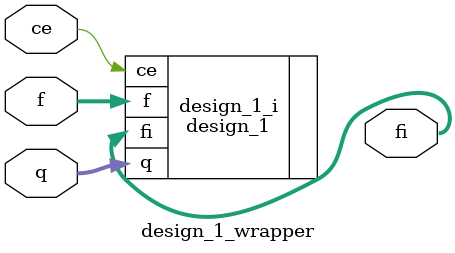
<source format=v>
`timescale 1 ps / 1 ps

module design_1_wrapper
   (ce,
    f,
    fi,
    q);
  input ce;
  input [3:0]f;
  output [4:0]fi;
  input [3:0]q;

  wire ce;
  wire [3:0]f;
  wire [4:0]fi;
  wire [3:0]q;

  design_1 design_1_i
       (.ce(ce),
        .f(f),
        .fi(fi),
        .q(q));
endmodule

</source>
